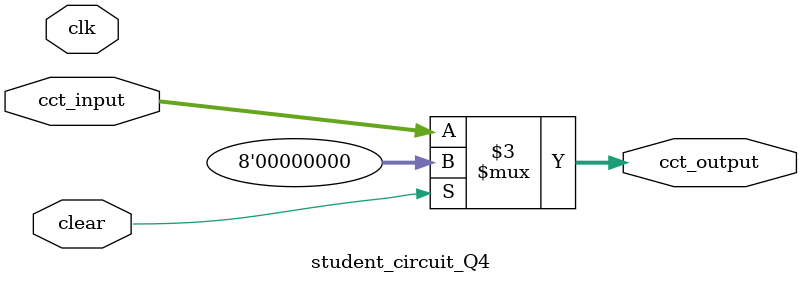
<source format=sv>
module student_circuit_Q4 (
	input wire        clk,
	input wire        clear,
	input wire  [7:0] cct_input,
	output reg  [7:0] cct_output
);


always @ *
	if (clear)
		cct_output  = 8'H0;
	else
		cct_output  = cct_input;

endmodule

</source>
